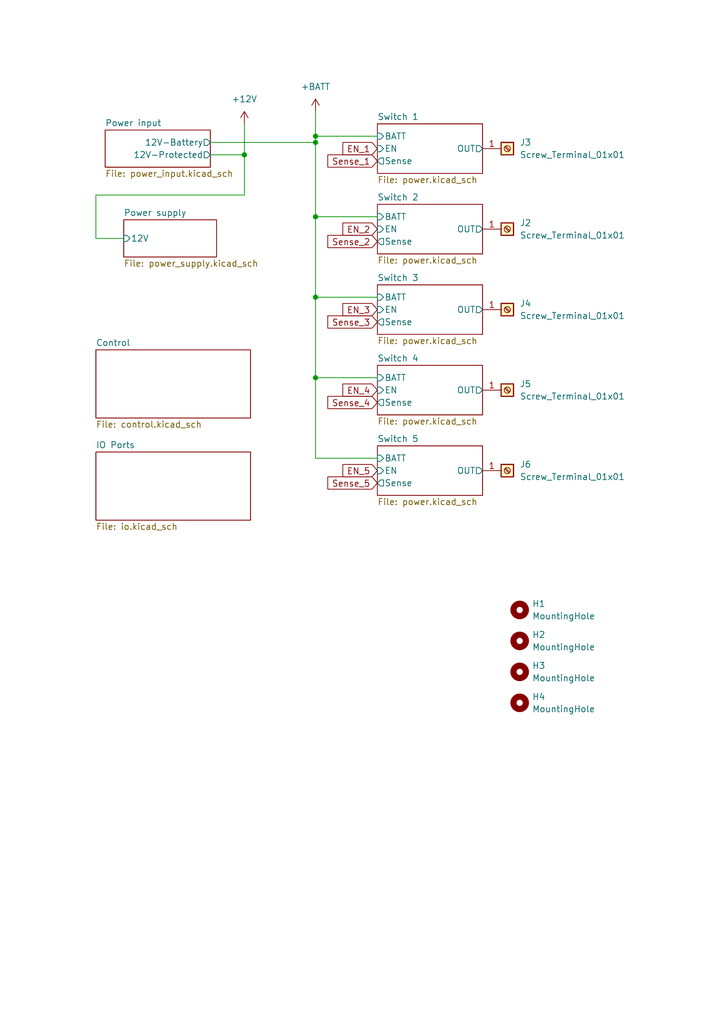
<source format=kicad_sch>
(kicad_sch (version 20230121) (generator eeschema)
  (paper "A5" portrait)
  (title_block (title "Power distribution module") (date "2023-07-18") (company "Raphael Peters"))
  (lib_symbols
    (symbol "+BATT_1" (power) (pin_names (offset 0))
      (property "Value" "+BATT_1" (at 0 3.556 0))
      (symbol "+BATT_1_0_1"
        (polyline (pts (xy -0.762 1.27) (xy 0 2.54)))
        (polyline (pts (xy 0 0) (xy 0 2.54)))
        (polyline (pts (xy 0 2.54) (xy 0.762 1.27)))
      )
      (symbol "+BATT_1_1_1"
        (pin power_in line (at 0 0 90) (length 0) hide (name "+BATT") (number "1"))
      )
    )
    (symbol "Connector:Screw_Terminal_01x01" (pin_names (offset 1.016) hide)
      (property "Reference" "J" (at 0 2.54 0))
      (property "Value" "Screw_Terminal_01x01" (at 0 -2.54 0))
      (symbol "Screw_Terminal_01x01_1_1"
        (rectangle (start -1.27 1.27) (end 1.27 -1.27) (stroke (width 0.254)) (fill (type background)))
        (polyline (pts (xy -0.5334 0.3302) (xy 0.3302 -0.508)) (stroke (width 0.1524)))
        (polyline (pts (xy -0.3556 0.508) (xy 0.508 -0.3302)) (stroke (width 0.1524)))
        (circle (center 0 0) (radius 0.635) (stroke (width 0.1524)))
        (pin passive line (at -5.08 0 0) (length 3.81) (name "Pin_1") (number "1"))
      )
    )
    (symbol "Mechanical:MountingHole" (pin_names (offset 1.016))
      (property "Reference" "H" (at 0 5.08 0))
      (property "Value" "MountingHole" (at 0 3.175 0))
      (symbol "MountingHole_0_1"
        (circle (center 0 0) (radius 1.27) (stroke (width 1.27)))
      )
    )
    (symbol "power:+12V" (power) (pin_names (offset 0))
      (property "Value" "+12V" (at 0 3.556 0))
      (symbol "+12V_0_1"
        (polyline (pts (xy -0.762 1.27) (xy 0 2.54)))
        (polyline (pts (xy 0 0) (xy 0 2.54)))
        (polyline (pts (xy 0 2.54) (xy 0.762 1.27)))
      )
      (symbol "+12V_1_1"
        (pin power_in line (at 0 0 90) (length 0) hide (name "+12V") (number "1"))
      )
    )
  )
  (junction (at 64.77 60.96))
  (junction (at 64.77 44.45))
  (junction (at 50.165 31.75))
  (junction (at 64.77 27.94))
  (junction (at 64.77 77.47))
  (junction (at 64.77 29.21))
  (wire (pts (xy 64.77 27.94) (xy 77.47 27.94)))
  (wire (pts (xy 43.18 31.75) (xy 50.165 31.75)))
  (wire (pts (xy 64.77 77.47) (xy 77.47 77.47)))
  (wire (pts (xy 64.77 44.45) (xy 64.77 60.96)))
  (wire (pts (xy 50.165 25.4) (xy 50.165 31.75)))
  (wire (pts (xy 50.165 40.005) (xy 19.685 40.005)))
  (wire (pts (xy 64.77 93.98) (xy 77.47 93.98)))
  (wire (pts (xy 64.77 77.47) (xy 64.77 93.98)))
  (wire (pts (xy 50.165 31.75) (xy 50.165 40.005)))
  (wire (pts (xy 64.77 29.21) (xy 64.77 44.45)))
  (wire (pts (xy 64.77 29.21) (xy 64.77 27.94)))
  (wire (pts (xy 64.77 60.96) (xy 77.47 60.96)))
  (wire (pts (xy 64.77 44.45) (xy 77.47 44.45)))
  (wire (pts (xy 64.77 60.96) (xy 64.77 77.47)))
  (wire (pts (xy 64.77 22.86) (xy 64.77 27.94)))
  (wire (pts (xy 19.685 40.005) (xy 19.685 48.895)))
  (wire (pts (xy 19.685 48.895) (xy 25.4 48.895)))
  (wire (pts (xy 43.18 29.21) (xy 64.77 29.21)))
  (global_label "Sense_2" (shape input) (at 77.47 49.53 180) (property "Intersheetrefs" "${INTERSHEET_REFS}" (effects hide)))
  (global_label "EN_3" (shape input) (at 77.47 63.5 180) (property "Intersheetrefs" "${INTERSHEET_REFS}" (effects hide)))
  (global_label "Sense_5" (shape input) (at 77.47 99.06 180) (property "Intersheetrefs" "${INTERSHEET_REFS}" (effects hide)))
  (global_label "EN_1" (shape input) (at 77.47 30.48 180) (property "Intersheetrefs" "${INTERSHEET_REFS}" (effects hide)))
  (global_label "EN_5" (shape input) (at 77.47 96.52 180) (property "Intersheetrefs" "${INTERSHEET_REFS}" (effects hide)))
  (global_label "EN_4" (shape input) (at 77.47 80.01 180) (property "Intersheetrefs" "${INTERSHEET_REFS}" (effects hide)))
  (global_label "Sense_1" (shape input) (at 77.47 33.02 180) (property "Intersheetrefs" "${INTERSHEET_REFS}" (effects hide)))
  (global_label "Sense_4" (shape input) (at 77.47 82.55 180) (property "Intersheetrefs" "${INTERSHEET_REFS}" (effects hide)))
  (global_label "EN_2" (shape input) (at 77.47 46.99 180) (property "Intersheetrefs" "${INTERSHEET_REFS}" (effects hide)))
  (global_label "Sense_3" (shape input) (at 77.47 66.04 180) (property "Intersheetrefs" "${INTERSHEET_REFS}" (effects hide)))
  (symbol (lib_id "Mechanical:MountingHole") (at 106.68 137.795 0) (unit 1)
    (property "Reference" "H3" (at 109.22 136.525 0) (effects (justify left)))
    (property "Value" "MountingHole" (at 109.22 139.065 0) (effects (justify left)))
    (property "Footprint" "MountingHole:MountingHole_5.3mm_M5_ISO7380" (effects hide))
  )
  (symbol (lib_id "Connector:Screw_Terminal_01x01") (at 104.14 46.99 0) (unit 1)
    (property "Reference" "J2" (at 106.68 45.72 0) (effects (justify left)))
    (property "Value" "Screw_Terminal_01x01" (at 106.68 48.26 0) (effects (justify left)))
    (property "Footprint" "Library:T46004" (effects hide))
    (property "LCSC" "C481465" (effects hide))
  )
  (symbol (lib_id "Connector:Screw_Terminal_01x01") (at 104.14 30.48 0) (unit 1)
    (property "Reference" "J3" (at 106.68 29.21 0) (effects (justify left)))
    (property "Value" "Screw_Terminal_01x01" (at 106.68 31.75 0) (effects (justify left)))
    (property "Footprint" "Library:T46004" (effects hide))
    (property "LCSC" "C481465" (effects hide))
  )
  (symbol (lib_id "Connector:Screw_Terminal_01x01") (at 104.14 80.01 0) (unit 1)
    (property "Reference" "J5" (at 106.68 78.74 0) (effects (justify left)))
    (property "Value" "Screw_Terminal_01x01" (at 106.68 81.28 0) (effects (justify left)))
    (property "Footprint" "Library:T46004" (effects hide))
    (property "LCSC" "C481465" (effects hide))
  )
  (symbol (lib_id "Mechanical:MountingHole") (at 106.68 131.445 0) (unit 1)
    (property "Reference" "H2" (at 109.22 130.175 0) (effects (justify left)))
    (property "Value" "MountingHole" (at 109.22 132.715 0) (effects (justify left)))
    (property "Footprint" "MountingHole:MountingHole_5.3mm_M5_ISO7380" (effects hide))
  )
  (symbol (lib_id "power:+12V") (at 50.165 25.4 0) (unit 1)
    (property "Reference" "#PWR054" (effects hide))
    (property "Value" "+12V" (at 50.165 20.32 0))
  )
  (symbol (lib_id "Connector:Screw_Terminal_01x01") (at 104.14 63.5 0) (unit 1)
    (property "Reference" "J4" (at 106.68 62.23 0) (effects (justify left)))
    (property "Value" "Screw_Terminal_01x01" (at 106.68 64.77 0) (effects (justify left)))
    (property "Footprint" "Library:T46004" (effects hide))
    (property "LCSC" "C481465" (effects hide))
  )
  (symbol (lib_id "Connector:Screw_Terminal_01x01") (at 104.14 96.52 0) (unit 1)
    (property "Reference" "J6" (at 106.68 95.25 0) (effects (justify left)))
    (property "Value" "Screw_Terminal_01x01" (at 106.68 97.79 0) (effects (justify left)))
    (property "Footprint" "Library:T46004" (effects hide))
    (property "LCSC" "C481465" (effects hide))
  )
  (symbol (lib_id "Mechanical:MountingHole") (at 106.68 125.095 0) (unit 1)
    (property "Reference" "H1" (at 109.22 123.825 0) (effects (justify left)))
    (property "Value" "MountingHole" (at 109.22 126.365 0) (effects (justify left)))
    (property "Footprint" "MountingHole:MountingHole_5.3mm_M5_ISO7380" (effects hide))
  )
  (symbol (lib_name "+BATT_1") (lib_id "power:+BATT") (at 64.77 22.86 0) (unit 1)
    (property "Reference" "#PWR03" (effects hide))
    (property "Value" "+BATT" (at 64.77 17.78 0))
  )
  (symbol (lib_id "Mechanical:MountingHole") (at 106.68 144.145 0) (unit 1)
    (property "Reference" "H4" (at 109.22 142.875 0) (effects (justify left)))
    (property "Value" "MountingHole" (at 109.22 145.415 0) (effects (justify left)))
    (property "Footprint" "MountingHole:MountingHole_5.3mm_M5_ISO7380" (effects hide))
  )
  (sheet (at 77.47 41.91) (size 21.59 10.16) (stroke (width 0.1524))
    (property "Sheetname" "Switch 2" (at 77.47 41.1984 0) (effects (justify left bottom)))
    (property "Sheetfile" "power.kicad_sch" (at 77.47 52.6546 0) (effects (justify left top)))
    (pin "Sense" output (at 77.47 49.53 180))
    (pin "EN" input (at 77.47 46.99 180))
    (pin "OUT" output (at 99.06 46.99 0))
    (pin "BATT" input (at 77.47 44.45 180))
  )
  (sheet (at 21.59 26.67) (size 21.59 7.62) (stroke (width 0.1524))
    (property "Sheetname" "Power input" (at 21.59 25.9584 0) (effects (justify left bottom)))
    (property "Sheetfile" "power_input.kicad_sch" (at 21.59 34.8746 0) (effects (justify left top)))
    (pin "12V-Protected" output (at 43.18 31.75 0))
    (pin "12V-Battery" output (at 43.18 29.21 0))
  )
  (sheet (at 77.47 74.93) (size 21.59 10.16) (stroke (width 0.1524))
    (property "Sheetname" "Switch 4" (at 77.47 74.2184 0) (effects (justify left bottom)))
    (property "Sheetfile" "power.kicad_sch" (at 77.47 85.6746 0) (effects (justify left top)))
    (pin "Sense" output (at 77.47 82.55 180))
    (pin "EN" input (at 77.47 80.01 180))
    (pin "OUT" output (at 99.06 80.01 0))
    (pin "BATT" input (at 77.47 77.47 180))
  )
  (sheet (at 19.685 92.71) (size 31.75 13.97) (stroke (width 0.1524))
    (property "Sheetname" "IO Ports" (at 19.685 91.9984 0) (effects (justify left bottom)))
    (property "Sheetfile" "io.kicad_sch" (at 19.685 107.2646 0) (effects (justify left top)))
  )
  (sheet (at 77.47 91.44) (size 21.59 10.16) (stroke (width 0.1524))
    (property "Sheetname" "Switch 5" (at 77.47 90.7284 0) (effects (justify left bottom)))
    (property "Sheetfile" "power.kicad_sch" (at 77.47 102.1846 0) (effects (justify left top)))
    (pin "Sense" output (at 77.47 99.06 180))
    (pin "EN" input (at 77.47 96.52 180))
    (pin "OUT" output (at 99.06 96.52 0))
    (pin "BATT" input (at 77.47 93.98 180))
  )
  (sheet (at 19.685 71.755) (size 31.75 13.97) (stroke (width 0.1524))
    (property "Sheetname" "Control" (at 19.685 71.0434 0) (effects (justify left bottom)))
    (property "Sheetfile" "control.kicad_sch" (at 19.685 86.3096 0) (effects (justify left top)))
  )
  (sheet (at 25.4 45.085) (size 19.05 7.62) (stroke (width 0.1524))
    (property "Sheetname" "Power supply" (at 25.4 44.3734 0) (effects (justify left bottom)))
    (property "Sheetfile" "power_supply.kicad_sch" (at 25.4 53.2896 0) (effects (justify left top)))
    (pin "12V" input (at 25.4 48.895 180))
  )
  (sheet (at 77.47 58.42) (size 21.59 10.16) (stroke (width 0.1524))
    (property "Sheetname" "Switch 3" (at 77.47 57.7084 0) (effects (justify left bottom)))
    (property "Sheetfile" "power.kicad_sch" (at 77.47 69.1646 0) (effects (justify left top)))
    (pin "Sense" output (at 77.47 66.04 180))
    (pin "EN" input (at 77.47 63.5 180))
    (pin "OUT" output (at 99.06 63.5 0))
    (pin "BATT" input (at 77.47 60.96 180))
  )
  (sheet (at 77.47 25.4) (size 21.59 10.16) (stroke (width 0.1524))
    (property "Sheetname" "Switch 1" (at 77.47 24.6884 0) (effects (justify left bottom)))
    (property "Sheetfile" "power.kicad_sch" (at 77.47 36.1446 0) (effects (justify left top)))
    (pin "Sense" output (at 77.47 33.02 180))
    (pin "EN" input (at 77.47 30.48 180))
    (pin "OUT" output (at 99.06 30.48 0))
    (pin "BATT" input (at 77.47 27.94 180))
  )
)
</source>
